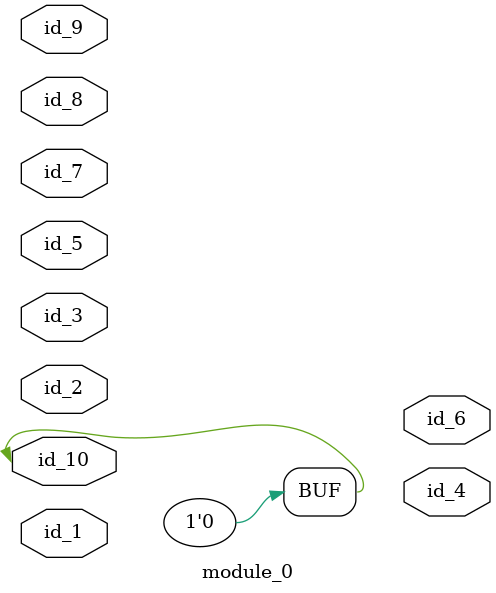
<source format=v>
module module_0 (
    id_1,
    id_2,
    id_3,
    id_4,
    id_5,
    id_6,
    id_7,
    id_8,
    id_9,
    id_10
);
  inout id_10;
  inout id_9;
  inout id_8;
  input id_7;
  output id_6;
  inout id_5;
  output id_4;
  input id_3;
  input id_2;
  input id_1;
  assign id_10 = 1'd0;
endmodule

</source>
